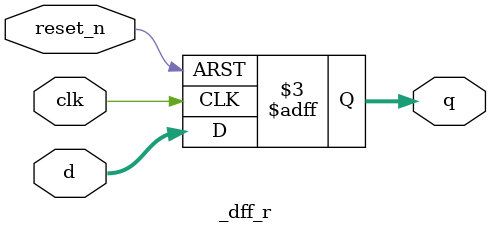
<source format=v>
module _dff_r(clk, reset_n, d, q);
	
	input clk, reset_n;
	input [7:0]d;
	output reg [7:0]q;
	
	always@(posedge clk or negedge reset_n)
	
	begin
		if(reset_n == 0) q <= 8'b00000000;
		else q <= d;
	end
 endmodule

 
</source>
